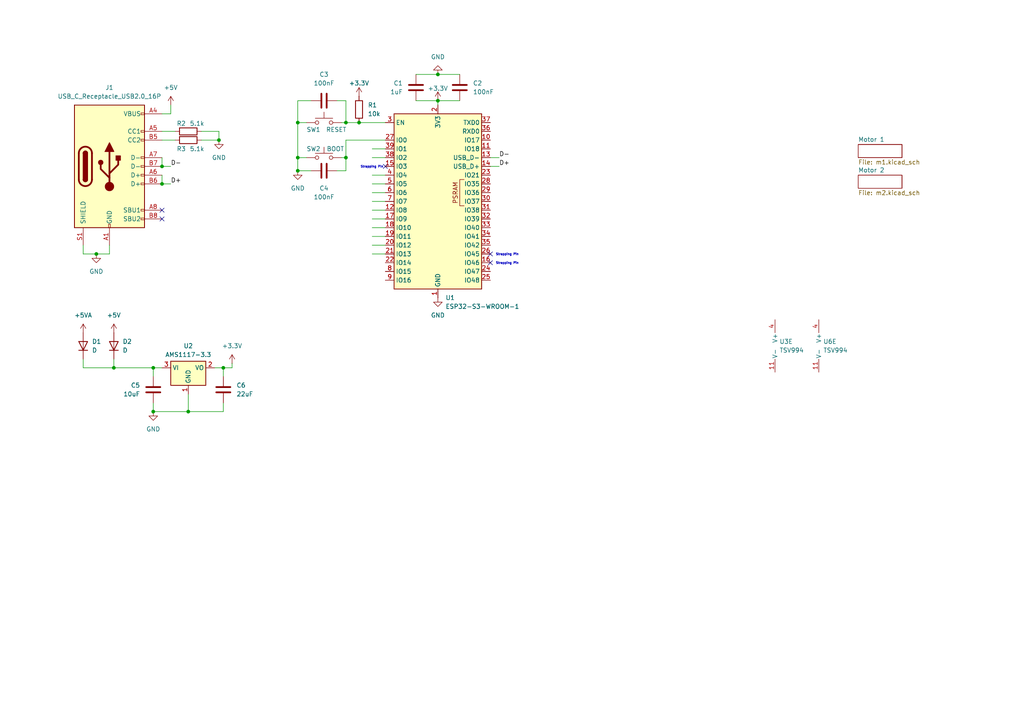
<source format=kicad_sch>
(kicad_sch (version 20231120) (generator "eeschema") (generator_version "8.0")
  (paper "A4")
  (lib_symbols
    (symbol "Amplifier_Operational:TSV994" (pin_names (offset 0.127))
      (property "Reference" "U" (at 0 5.08 0))
      (property "Value" "TSV994" (at 0 -5.08 0))
      (symbol "TSV994_1_1"
        (polyline (pts (xy -5.08 5.08) (xy 5.08 0) (xy -5.08 -5.08) (xy -5.08 5.08)) (stroke (width 0.254)) (fill (type background)))
        (pin output line (at 7.62 0 180) (length 2.54) (name "~") (number "1"))
        (pin input line (at -7.62 -2.54 0) (length 2.54) (name "-") (number "2"))
        (pin input line (at -7.62 2.54 0) (length 2.54) (name "+") (number "3"))
      )
      (symbol "TSV994_2_1"
        (polyline (pts (xy -5.08 5.08) (xy 5.08 0) (xy -5.08 -5.08) (xy -5.08 5.08)) (stroke (width 0.254)) (fill (type background)))
        (pin input line (at -7.62 2.54 0) (length 2.54) (name "+") (number "5"))
        (pin input line (at -7.62 -2.54 0) (length 2.54) (name "-") (number "6"))
        (pin output line (at 7.62 0 180) (length 2.54) (name "~") (number "7"))
      )
      (symbol "TSV994_3_1"
        (polyline (pts (xy -5.08 5.08) (xy 5.08 0) (xy -5.08 -5.08) (xy -5.08 5.08)) (stroke (width 0.254)) (fill (type background)))
        (pin input line (at -7.62 2.54 0) (length 2.54) (name "+") (number "10"))
        (pin output line (at 7.62 0 180) (length 2.54) (name "~") (number "8"))
        (pin input line (at -7.62 -2.54 0) (length 2.54) (name "-") (number "9"))
      )
      (symbol "TSV994_4_1"
        (polyline (pts (xy -5.08 5.08) (xy 5.08 0) (xy -5.08 -5.08) (xy -5.08 5.08)) (stroke (width 0.254)) (fill (type background)))
        (pin input line (at -7.62 2.54 0) (length 2.54) (name "+") (number "12"))
        (pin input line (at -7.62 -2.54 0) (length 2.54) (name "-") (number "13"))
        (pin output line (at 7.62 0 180) (length 2.54) (name "~") (number "14"))
      )
      (symbol "TSV994_5_1"
        (pin power_in line (at -2.54 -7.62 90) (length 3.81) (name "V-") (number "11"))
        (pin power_in line (at -2.54 7.62 270) (length 3.81) (name "V+") (number "4"))
      )
    )
    (symbol "Connector:USB_C_Receptacle_USB2.0_16P" (pin_names (offset 1.016))
      (property "Reference" "J" (at 0 22.225 0))
      (property "Value" "USB_C_Receptacle_USB2.0_16P" (at 0 19.685 0))
      (symbol "USB_C_Receptacle_USB2.0_16P_0_0"
        (rectangle (start -0.254 -17.78) (end 0.254 -16.764))
        (rectangle (start 10.16 -14.986) (end 9.144 -15.494))
        (rectangle (start 10.16 -12.446) (end 9.144 -12.954))
        (rectangle (start 10.16 -4.826) (end 9.144 -5.334))
        (rectangle (start 10.16 -2.286) (end 9.144 -2.794))
        (rectangle (start 10.16 0.254) (end 9.144 -0.254))
        (rectangle (start 10.16 2.794) (end 9.144 2.286))
        (rectangle (start 10.16 7.874) (end 9.144 7.366))
        (rectangle (start 10.16 10.414) (end 9.144 9.906))
        (rectangle (start 10.16 15.494) (end 9.144 14.986))
      )
      (symbol "USB_C_Receptacle_USB2.0_16P_0_1"
        (rectangle (start -10.16 17.78) (end 10.16 -17.78) (stroke (width 0.254)) (fill (type background)))
        (arc (start -8.89 -3.81) (mid -6.985 -5.7067) (end -5.08 -3.81) (stroke (width 0.508)))
        (arc (start -7.62 -3.81) (mid -6.985 -4.4423) (end -6.35 -3.81) (stroke (width 0.254)))
        (arc (start -7.62 -3.81) (mid -6.985 -4.4423) (end -6.35 -3.81) (stroke (width 0.254)) (fill (type outline)))
        (rectangle (start -7.62 -3.81) (end -6.35 3.81) (stroke (width 0.254)) (fill (type outline)))
        (arc (start -6.35 3.81) (mid -6.985 4.4423) (end -7.62 3.81) (stroke (width 0.254)))
        (arc (start -6.35 3.81) (mid -6.985 4.4423) (end -7.62 3.81) (stroke (width 0.254)) (fill (type outline)))
        (arc (start -5.08 3.81) (mid -6.985 5.7067) (end -8.89 3.81) (stroke (width 0.508)))
        (circle (center -2.54 1.143) (radius 0.635) (stroke (width 0.254)) (fill (type outline)))
        (circle (center 0 -5.842) (radius 1.27) (fill (type outline)))
        (polyline (pts (xy -8.89 -3.81) (xy -8.89 3.81)) (stroke (width 0.508)))
        (polyline (pts (xy -5.08 3.81) (xy -5.08 -3.81)) (stroke (width 0.508)))
        (polyline (pts (xy 0 -5.842) (xy 0 4.318)) (stroke (width 0.508)))
        (polyline (pts (xy 0 -3.302) (xy -2.54 -0.762) (xy -2.54 0.508)) (stroke (width 0.508)))
        (polyline (pts (xy 0 -2.032) (xy 2.54 0.508) (xy 2.54 1.778)) (stroke (width 0.508)))
        (polyline (pts (xy -1.27 4.318) (xy 0 6.858) (xy 1.27 4.318) (xy -1.27 4.318)) (stroke (width 0.254)) (fill (type outline)))
        (rectangle (start 1.905 1.778) (end 3.175 3.048) (stroke (width 0.254)) (fill (type outline)))
      )
      (symbol "USB_C_Receptacle_USB2.0_16P_1_1"
        (pin passive line (at 0 -22.86 90) (length 5.08) (name "GND") (number "A1"))
        (pin passive line (at 0 -22.86 90) (length 5.08) hide (name "GND") (number "A12"))
        (pin passive line (at 15.24 15.24 180) (length 5.08) (name "VBUS") (number "A4"))
        (pin bidirectional line (at 15.24 10.16 180) (length 5.08) (name "CC1") (number "A5"))
        (pin bidirectional line (at 15.24 -2.54 180) (length 5.08) (name "D+") (number "A6"))
        (pin bidirectional line (at 15.24 2.54 180) (length 5.08) (name "D-") (number "A7"))
        (pin bidirectional line (at 15.24 -12.7 180) (length 5.08) (name "SBU1") (number "A8"))
        (pin passive line (at 15.24 15.24 180) (length 5.08) hide (name "VBUS") (number "A9"))
        (pin passive line (at 0 -22.86 90) (length 5.08) hide (name "GND") (number "B1"))
        (pin passive line (at 0 -22.86 90) (length 5.08) hide (name "GND") (number "B12"))
        (pin passive line (at 15.24 15.24 180) (length 5.08) hide (name "VBUS") (number "B4"))
        (pin bidirectional line (at 15.24 7.62 180) (length 5.08) (name "CC2") (number "B5"))
        (pin bidirectional line (at 15.24 -5.08 180) (length 5.08) (name "D+") (number "B6"))
        (pin bidirectional line (at 15.24 0 180) (length 5.08) (name "D-") (number "B7"))
        (pin bidirectional line (at 15.24 -15.24 180) (length 5.08) (name "SBU2") (number "B8"))
        (pin passive line (at 15.24 15.24 180) (length 5.08) hide (name "VBUS") (number "B9"))
        (pin passive line (at -7.62 -22.86 90) (length 5.08) (name "SHIELD") (number "S1"))
      )
    )
    (symbol "Device:C" (pin_numbers hide) (pin_names (offset 0.254))
      (property "Reference" "C" (at 0.635 2.54 0))
      (property "Value" "C" (at 0.635 -2.54 0))
      (symbol "C_0_1"
        (polyline (pts (xy -2.032 -0.762) (xy 2.032 -0.762)) (stroke (width 0.508)))
        (polyline (pts (xy -2.032 0.762) (xy 2.032 0.762)) (stroke (width 0.508)))
      )
      (symbol "C_1_1"
        (pin passive line (at 0 3.81 270) (length 2.794) (name "~") (number "1"))
        (pin passive line (at 0 -3.81 90) (length 2.794) (name "~") (number "2"))
      )
    )
    (symbol "Device:D" (pin_numbers hide) (pin_names (offset 1.016) hide)
      (property "Reference" "D" (at 0 2.54 0))
      (property "Value" "D" (at 0 -2.54 0))
      (symbol "D_0_1"
        (polyline (pts (xy -1.27 1.27) (xy -1.27 -1.27)) (stroke (width 0.254)))
        (polyline (pts (xy 1.27 0) (xy -1.27 0)))
        (polyline (pts (xy 1.27 1.27) (xy 1.27 -1.27) (xy -1.27 0) (xy 1.27 1.27)) (stroke (width 0.254)))
      )
      (symbol "D_1_1"
        (pin passive line (at -3.81 0 0) (length 2.54) (name "K") (number "1"))
        (pin passive line (at 3.81 0 180) (length 2.54) (name "A") (number "2"))
      )
    )
    (symbol "Device:R" (pin_numbers hide) (pin_names (offset 0))
      (property "Reference" "R" (at 2.032 0 90))
      (property "Value" "R" (at 0 0 90))
      (symbol "R_0_1"
        (rectangle (start -1.016 -2.54) (end 1.016 2.54) (stroke (width 0.254)))
      )
      (symbol "R_1_1"
        (pin passive line (at 0 3.81 270) (length 1.27) (name "~") (number "1"))
        (pin passive line (at 0 -3.81 90) (length 1.27) (name "~") (number "2"))
      )
    )
    (symbol "RF_Module:ESP32-S3-WROOM-1"
      (property "Reference" "U" (at -12.7 26.67 0))
      (property "Value" "ESP32-S3-WROOM-1" (at 12.7 26.67 0))
      (symbol "ESP32-S3-WROOM-1_0_0"
        (rectangle (start -12.7 25.4) (end 12.7 -25.4) (stroke (width 0.254)) (fill (type background)))
        (text "PSRAM" (at 5.08 2.54 900) (effects (font (size 1.27 1.27))))
      )
      (symbol "ESP32-S3-WROOM-1_0_1"
        (polyline (pts (xy 7.62 -1.27) (xy 6.35 -1.27) (xy 6.35 6.35) (xy 7.62 6.35)))
      )
      (symbol "ESP32-S3-WROOM-1_1_1"
        (pin power_in line (at 0 -27.94 90) (length 2.54) (name "GND") (number "1"))
        (pin bidirectional line (at 15.24 17.78 180) (length 2.54) (name "IO17") (number "10"))
        (pin bidirectional line (at 15.24 15.24 180) (length 2.54) (name "IO18") (number "11"))
        (pin bidirectional line (at -15.24 -2.54 0) (length 2.54) (name "IO8") (number "12"))
        (pin bidirectional line (at 15.24 12.7 180) (length 2.54) (name "USB_D-") (number "13"))
        (pin bidirectional line (at 15.24 10.16 180) (length 2.54) (name "USB_D+") (number "14"))
        (pin bidirectional line (at -15.24 10.16 0) (length 2.54) (name "IO3") (number "15"))
        (pin bidirectional line (at 15.24 -17.78 180) (length 2.54) (name "IO46") (number "16"))
        (pin bidirectional line (at -15.24 -5.08 0) (length 2.54) (name "IO9") (number "17"))
        (pin bidirectional line (at -15.24 -7.62 0) (length 2.54) (name "IO10") (number "18"))
        (pin bidirectional line (at -15.24 -10.16 0) (length 2.54) (name "IO11") (number "19"))
        (pin power_in line (at 0 27.94 270) (length 2.54) (name "3V3") (number "2"))
        (pin bidirectional line (at -15.24 -12.7 0) (length 2.54) (name "IO12") (number "20"))
        (pin bidirectional line (at -15.24 -15.24 0) (length 2.54) (name "IO13") (number "21"))
        (pin bidirectional line (at -15.24 -17.78 0) (length 2.54) (name "IO14") (number "22"))
        (pin bidirectional line (at 15.24 7.62 180) (length 2.54) (name "IO21") (number "23"))
        (pin bidirectional line (at 15.24 -20.32 180) (length 2.54) (name "IO47") (number "24"))
        (pin bidirectional line (at 15.24 -22.86 180) (length 2.54) (name "IO48") (number "25"))
        (pin bidirectional line (at 15.24 -15.24 180) (length 2.54) (name "IO45") (number "26"))
        (pin bidirectional line (at -15.24 17.78 0) (length 2.54) (name "IO0") (number "27"))
        (pin bidirectional line (at 15.24 5.08 180) (length 2.54) (name "IO35") (number "28"))
        (pin bidirectional line (at 15.24 2.54 180) (length 2.54) (name "IO36") (number "29"))
        (pin input line (at -15.24 22.86 0) (length 2.54) (name "EN") (number "3"))
        (pin bidirectional line (at 15.24 0 180) (length 2.54) (name "IO37") (number "30"))
        (pin bidirectional line (at 15.24 -2.54 180) (length 2.54) (name "IO38") (number "31"))
        (pin bidirectional line (at 15.24 -5.08 180) (length 2.54) (name "IO39") (number "32"))
        (pin bidirectional line (at 15.24 -7.62 180) (length 2.54) (name "IO40") (number "33"))
        (pin bidirectional line (at 15.24 -10.16 180) (length 2.54) (name "IO41") (number "34"))
        (pin bidirectional line (at 15.24 -12.7 180) (length 2.54) (name "IO42") (number "35"))
        (pin bidirectional line (at 15.24 20.32 180) (length 2.54) (name "RXD0") (number "36"))
        (pin bidirectional line (at 15.24 22.86 180) (length 2.54) (name "TXD0") (number "37"))
        (pin bidirectional line (at -15.24 12.7 0) (length 2.54) (name "IO2") (number "38"))
        (pin bidirectional line (at -15.24 15.24 0) (length 2.54) (name "IO1") (number "39"))
        (pin bidirectional line (at -15.24 7.62 0) (length 2.54) (name "IO4") (number "4"))
        (pin passive line (at 0 -27.94 90) (length 2.54) hide (name "GND") (number "40"))
        (pin passive line (at 0 -27.94 90) (length 2.54) hide (name "GND") (number "41"))
        (pin bidirectional line (at -15.24 5.08 0) (length 2.54) (name "IO5") (number "5"))
        (pin bidirectional line (at -15.24 2.54 0) (length 2.54) (name "IO6") (number "6"))
        (pin bidirectional line (at -15.24 0 0) (length 2.54) (name "IO7") (number "7"))
        (pin bidirectional line (at -15.24 -20.32 0) (length 2.54) (name "IO15") (number "8"))
        (pin bidirectional line (at -15.24 -22.86 0) (length 2.54) (name "IO16") (number "9"))
      )
    )
    (symbol "Regulator_Linear:AMS1117-3.3"
      (property "Reference" "U" (at -3.81 3.175 0))
      (property "Value" "AMS1117-3.3" (at 0 3.175 0))
      (symbol "AMS1117-3.3_0_1"
        (rectangle (start -5.08 -5.08) (end 5.08 1.905) (stroke (width 0.254)) (fill (type background)))
      )
      (symbol "AMS1117-3.3_1_1"
        (pin power_in line (at 0 -7.62 90) (length 2.54) (name "GND") (number "1"))
        (pin power_out line (at 7.62 0 180) (length 2.54) (name "VO") (number "2"))
        (pin power_in line (at -7.62 0 0) (length 2.54) (name "VI") (number "3"))
      )
    )
    (symbol "Switch:SW_Push" (pin_numbers hide) (pin_names (offset 1.016) hide)
      (property "Reference" "SW" (at 1.27 2.54 0))
      (property "Value" "SW_Push" (at 0 -1.524 0))
      (symbol "SW_Push_0_1"
        (circle (center -2.032 0) (radius 0.508))
        (polyline (pts (xy 0 1.27) (xy 0 3.048)))
        (polyline (pts (xy 2.54 1.27) (xy -2.54 1.27)))
        (circle (center 2.032 0) (radius 0.508))
        (pin passive line (at -5.08 0 0) (length 2.54) (name "1") (number "1"))
        (pin passive line (at 5.08 0 180) (length 2.54) (name "2") (number "2"))
      )
    )
    (symbol "power:+3.3V" (power) (pin_numbers hide) (pin_names (offset 0) hide)
      (property "Value" "+3.3V" (at 0 3.556 0))
      (symbol "+3.3V_0_1"
        (polyline (pts (xy -0.762 1.27) (xy 0 2.54)))
        (polyline (pts (xy 0 0) (xy 0 2.54)))
        (polyline (pts (xy 0 2.54) (xy 0.762 1.27)))
      )
      (symbol "+3.3V_1_1"
        (pin power_in line (at 0 0 90) (length 0) (name "~") (number "1"))
      )
    )
    (symbol "power:+5V" (power) (pin_numbers hide) (pin_names (offset 0) hide)
      (property "Value" "+5V" (at 0 3.556 0))
      (symbol "+5V_0_1"
        (polyline (pts (xy -0.762 1.27) (xy 0 2.54)))
        (polyline (pts (xy 0 0) (xy 0 2.54)))
        (polyline (pts (xy 0 2.54) (xy 0.762 1.27)))
      )
      (symbol "+5V_1_1"
        (pin power_in line (at 0 0 90) (length 0) (name "~") (number "1"))
      )
    )
    (symbol "power:+5VA" (power) (pin_numbers hide) (pin_names (offset 0) hide)
      (property "Value" "+5VA" (at 0 3.556 0))
      (symbol "+5VA_0_1"
        (polyline (pts (xy -0.762 1.27) (xy 0 2.54)))
        (polyline (pts (xy 0 0) (xy 0 2.54)))
        (polyline (pts (xy 0 2.54) (xy 0.762 1.27)))
      )
      (symbol "+5VA_1_1"
        (pin power_in line (at 0 0 90) (length 0) (name "~") (number "1"))
      )
    )
    (symbol "power:GND" (power) (pin_numbers hide) (pin_names (offset 0) hide)
      (property "Value" "GND" (at 0 -3.81 0))
      (symbol "GND_0_1"
        (polyline (pts (xy 0 0) (xy 0 -1.27) (xy 1.27 -1.27) (xy 0 -2.54) (xy -1.27 -1.27) (xy 0 -1.27)))
      )
      (symbol "GND_1_1"
        (pin power_in line (at 0 0 270) (length 0) (name "~") (number "1"))
      )
    )
  )
  (junction (at 104.14 35.56))
  (junction (at 44.45 106.68))
  (junction (at 63.5 40.64))
  (junction (at 127 29.21))
  (junction (at 127 21.59))
  (junction (at 100.33 45.72))
  (junction (at 86.36 35.56))
  (junction (at 44.45 119.38))
  (junction (at 54.61 119.38))
  (junction (at 86.36 49.53))
  (junction (at 33.02 106.68))
  (junction (at 46.99 48.26))
  (junction (at 27.94 73.66))
  (junction (at 86.36 45.72))
  (junction (at 100.33 35.56))
  (junction (at 46.99 53.34))
  (junction (at 64.77 106.68))
  (no_connect (at 142.24 73.66))
  (no_connect (at 111.76 48.26))
  (no_connect (at 46.99 63.5))
  (no_connect (at 46.99 60.96))
  (no_connect (at 142.24 76.2))
  (wire (pts (xy 104.14 35.56) (xy 111.76 35.56)))
  (wire (pts (xy 97.79 29.21) (xy 100.33 29.21)))
  (wire (pts (xy 46.99 53.34) (xy 49.53 53.34)))
  (wire (pts (xy 86.36 29.21) (xy 86.36 35.56)))
  (wire (pts (xy 58.42 38.1) (xy 63.5 38.1)))
  (wire (pts (xy 33.02 106.68) (xy 44.45 106.68)))
  (wire (pts (xy 100.33 29.21) (xy 100.33 35.56)))
  (wire (pts (xy 120.65 21.59) (xy 127 21.59)))
  (wire (pts (xy 63.5 38.1) (xy 63.5 40.64)))
  (wire (pts (xy 99.06 35.56) (xy 100.33 35.56)))
  (wire (pts (xy 24.13 104.14) (xy 24.13 106.68)))
  (wire (pts (xy 86.36 49.53) (xy 90.17 49.53)))
  (wire (pts (xy 54.61 114.3) (xy 54.61 119.38)))
  (wire (pts (xy 100.33 40.64) (xy 100.33 45.72)))
  (wire (pts (xy 127 21.59) (xy 133.35 21.59)))
  (wire (pts (xy 120.65 29.21) (xy 127 29.21)))
  (wire (pts (xy 33.02 104.14) (xy 33.02 106.68)))
  (wire (pts (xy 97.79 49.53) (xy 100.33 49.53)))
  (wire (pts (xy 54.61 119.38) (xy 64.77 119.38)))
  (wire (pts (xy 46.99 53.34) (xy 46.99 50.8)))
  (wire (pts (xy 67.31 106.68) (xy 67.31 105.41)))
  (wire (pts (xy 31.75 73.66) (xy 31.75 71.12)))
  (wire (pts (xy 107.95 53.34) (xy 111.76 53.34)))
  (wire (pts (xy 111.76 40.64) (xy 100.33 40.64)))
  (wire (pts (xy 44.45 116.84) (xy 44.45 119.38)))
  (wire (pts (xy 100.33 49.53) (xy 100.33 45.72)))
  (wire (pts (xy 107.95 63.5) (xy 111.76 63.5)))
  (wire (pts (xy 88.9 45.72) (xy 86.36 45.72)))
  (wire (pts (xy 58.42 40.64) (xy 63.5 40.64)))
  (wire (pts (xy 144.78 45.72) (xy 142.24 45.72)))
  (wire (pts (xy 44.45 109.22) (xy 44.45 106.68)))
  (wire (pts (xy 24.13 73.66) (xy 27.94 73.66)))
  (wire (pts (xy 46.99 38.1) (xy 50.8 38.1)))
  (wire (pts (xy 86.36 35.56) (xy 86.36 45.72)))
  (wire (pts (xy 46.99 33.02) (xy 49.53 33.02)))
  (wire (pts (xy 46.99 48.26) (xy 46.99 45.72)))
  (wire (pts (xy 107.95 60.96) (xy 111.76 60.96)))
  (wire (pts (xy 86.36 35.56) (xy 88.9 35.56)))
  (wire (pts (xy 44.45 106.68) (xy 46.99 106.68)))
  (wire (pts (xy 64.77 106.68) (xy 67.31 106.68)))
  (wire (pts (xy 107.95 68.58) (xy 111.76 68.58)))
  (wire (pts (xy 107.95 50.8) (xy 111.76 50.8)))
  (wire (pts (xy 64.77 106.68) (xy 64.77 109.22)))
  (wire (pts (xy 144.78 48.26) (xy 142.24 48.26)))
  (wire (pts (xy 107.95 43.18) (xy 111.76 43.18)))
  (wire (pts (xy 127 29.21) (xy 127 30.48)))
  (wire (pts (xy 46.99 40.64) (xy 50.8 40.64)))
  (wire (pts (xy 107.95 71.12) (xy 111.76 71.12)))
  (wire (pts (xy 27.94 73.66) (xy 31.75 73.66)))
  (wire (pts (xy 100.33 35.56) (xy 104.14 35.56)))
  (wire (pts (xy 107.95 58.42) (xy 111.76 58.42)))
  (wire (pts (xy 127 29.21) (xy 133.35 29.21)))
  (wire (pts (xy 62.23 106.68) (xy 64.77 106.68)))
  (wire (pts (xy 46.99 48.26) (xy 49.53 48.26)))
  (wire (pts (xy 24.13 106.68) (xy 33.02 106.68)))
  (wire (pts (xy 107.95 73.66) (xy 111.76 73.66)))
  (wire (pts (xy 64.77 119.38) (xy 64.77 116.84)))
  (wire (pts (xy 44.45 119.38) (xy 54.61 119.38)))
  (wire (pts (xy 86.36 45.72) (xy 86.36 49.53)))
  (wire (pts (xy 49.53 33.02) (xy 49.53 30.48)))
  (wire (pts (xy 24.13 71.12) (xy 24.13 73.66)))
  (wire (pts (xy 86.36 29.21) (xy 90.17 29.21)))
  (wire (pts (xy 107.95 45.72) (xy 111.76 45.72)))
  (wire (pts (xy 107.95 55.88) (xy 111.76 55.88)))
  (wire (pts (xy 99.06 45.72) (xy 100.33 45.72)))
  (wire (pts (xy 107.95 66.04) (xy 111.76 66.04)))
  (text "Strapping Pin" (at 143.764 76.454 0) (effects (font (size 0.635 0.635)) (justify left)))
  (text "Strapping Pin" (at 111.252 48.514 0) (effects (font (size 0.635 0.635)) (justify right)))
  (text "Strapping Pin" (at 143.764 73.914 0) (effects (font (size 0.635 0.635)) (justify left)))
  (label "D-" (at 144.78 45.72 0))
  (label "D+" (at 49.53 53.34 0))
  (label "D-" (at 49.53 48.26 0))
  (label "D+" (at 144.78 48.26 0))
  (symbol (lib_id "Device:C") (at 133.35 25.4 180) (unit 1)
    (property "Reference" "C2" (at 137.16 24.1299 0) (effects (justify right)))
    (property "Value" "100nF" (at 137.16 26.6699 0) (effects (justify right)))
    (property "Description" "Unpolarized capacitor" (effects (hide yes)))
  )
  (symbol (lib_id "power:+3.3V") (at 104.14 27.94 0) (unit 1)
    (property "Reference" "#PWR02" (effects (hide yes)))
    (property "Value" "+3.3V" (at 104.14 24.13 0))
    (property "Description" "Power symbol creates a global label with name \"+3.3V\"" (effects (hide yes)))
  )
  (symbol (lib_id "power:GND") (at 86.36 49.53 0) (unit 1)
    (property "Reference" "#PWR06" (effects (hide yes)))
    (property "Value" "GND" (at 86.36 54.61 0))
    (property "Description" "Power symbol creates a global label with name \"GND\" , ground" (effects (hide yes)))
  )
  (symbol (lib_id "power:+5V") (at 33.02 96.52 0) (unit 1)
    (property "Reference" "#PWR010" (effects (hide yes)))
    (property "Value" "+5V" (at 33.02 91.44 0))
    (property "Description" "Power symbol creates a global label with name \"+5V\"" (effects (hide yes)))
  )
  (symbol (lib_id "Device:D") (at 24.13 100.33 90) (unit 1)
    (property "Reference" "D1" (at 26.67 99.0599 90) (effects (justify right)))
    (property "Value" "D" (at 26.67 101.5999 90) (effects (justify right)))
    (property "Description" "Diode" (effects (hide yes)))
    (property "Sim.Device" "D" (effects (hide yes)))
    (property "Sim.Pins" "1=K 2=A" (effects (hide yes)))
  )
  (symbol (lib_id "power:GND") (at 127 21.59 180) (unit 1)
    (property "Reference" "#PWR01" (effects (hide yes)))
    (property "Value" "GND" (at 127 16.51 0))
    (property "Description" "Power symbol creates a global label with name \"GND\" , ground" (effects (hide yes)))
  )
  (symbol (lib_id "Device:C") (at 44.45 113.03 0) (unit 1)
    (property "Reference" "C5" (at 40.64 111.7599 0) (effects (justify right)))
    (property "Value" "10uF" (at 40.64 114.2999 0) (effects (justify right)))
    (property "Description" "Unpolarized capacitor" (effects (hide yes)))
  )
  (symbol (lib_id "power:+5V") (at 49.53 30.48 0) (unit 1)
    (property "Reference" "#PWR04" (effects (hide yes)))
    (property "Value" "+5V" (at 49.53 25.4 0))
    (property "Description" "Power symbol creates a global label with name \"+5V\"" (effects (hide yes)))
  )
  (symbol (lib_id "power:GND") (at 127 86.36 0) (unit 1)
    (property "Reference" "#PWR08" (effects (hide yes)))
    (property "Value" "GND" (at 127 91.44 0))
    (property "Description" "Power symbol creates a global label with name \"GND\" , ground" (effects (hide yes)))
  )
  (symbol (lib_id "Connector:USB_C_Receptacle_USB2.0_16P") (at 31.75 48.26 0) (unit 1)
    (property "Reference" "J1" (at 31.75 25.4 0))
    (property "Value" "USB_C_Receptacle_USB2.0_16P" (at 31.75 27.94 0))
    (property "Datasheet" "https://www.usb.org/sites/default/files/documents/usb_type-c.zip" (effects (hide yes)))
    (property "Description" "USB 2.0-only 16P Type-C Receptacle connector" (effects (hide yes)))
  )
  (symbol (lib_id "Device:C") (at 93.98 29.21 90) (unit 1)
    (property "Reference" "C3" (at 93.98 21.59 90))
    (property "Value" "100nF" (at 93.98 24.13 90))
    (property "Description" "Unpolarized capacitor" (effects (hide yes)))
  )
  (symbol (lib_id "Device:R") (at 54.61 38.1 90) (unit 1)
    (property "Reference" "R2" (at 52.578 35.814 90))
    (property "Value" "5.1k" (at 57.15 35.814 90))
    (property "Description" "Resistor" (effects (hide yes)))
  )
  (symbol (lib_id "Amplifier_Operational:TSV994") (at 227.33 100.33 0) (unit 5)
    (property "Reference" "U3" (at 226.06 99.0599 0) (effects (justify left)))
    (property "Value" "TSV994" (at 226.06 101.5999 0) (effects (justify left)))
    (property "Datasheet" "https://www.st.com/resource/en/datasheet/tsv994.pdf" (effects (hide yes)))
    (property "Description" "Quad Rail-to-rail, 20 MHz GBP, operational amplifiers, SOIC-14/TSSOP-14" (effects (hide yes)))
  )
  (symbol (lib_id "power:GND") (at 44.45 119.38 0) (unit 1)
    (property "Reference" "#PWR012" (effects (hide yes)))
    (property "Value" "GND" (at 44.45 124.46 0))
    (property "Description" "Power symbol creates a global label with name \"GND\" , ground" (effects (hide yes)))
  )
  (symbol (lib_id "power:+3.3V") (at 127 29.21 0) (unit 1)
    (property "Reference" "#PWR03" (effects (hide yes)))
    (property "Value" "+3.3V" (at 127 25.654 0))
    (property "Description" "Power symbol creates a global label with name \"+3.3V\"" (effects (hide yes)))
  )
  (symbol (lib_id "Device:C") (at 93.98 49.53 270) (unit 1)
    (property "Reference" "C4" (at 93.98 54.61 90))
    (property "Value" "100nF" (at 93.98 57.15 90))
    (property "Description" "Unpolarized capacitor" (effects (hide yes)))
  )
  (symbol (lib_id "Device:D") (at 33.02 100.33 90) (unit 1)
    (property "Reference" "D2" (at 35.56 99.0599 90) (effects (justify right)))
    (property "Value" "D" (at 35.56 101.5999 90) (effects (justify right)))
    (property "Description" "Diode" (effects (hide yes)))
    (property "Sim.Device" "D" (effects (hide yes)))
    (property "Sim.Pins" "1=K 2=A" (effects (hide yes)))
  )
  (symbol (lib_id "Switch:SW_Push") (at 93.98 45.72 0) (unit 1)
    (property "Reference" "SW2" (at 90.932 43.18 0))
    (property "Value" "BOOT" (at 97.282 43.18 0))
    (property "Description" "Push button switch, generic, two pins" (effects (hide yes)))
  )
  (symbol (lib_id "Regulator_Linear:AMS1117-3.3") (at 54.61 106.68 0) (unit 1)
    (property "Reference" "U2" (at 54.61 100.33 0))
    (property "Value" "AMS1117-3.3" (at 54.61 102.87 0))
    (property "Footprint" "Package_TO_SOT_SMD:SOT-223-3_TabPin2" (effects (hide yes)))
    (property "Datasheet" "http://www.advanced-monolithic.com/pdf/ds1117.pdf" (effects (hide yes)))
    (property "Description" "1A Low Dropout regulator, positive, 3.3V fixed output, SOT-223" (effects (hide yes)))
  )
  (symbol (lib_id "power:+5VA") (at 24.13 96.52 0) (unit 1)
    (property "Reference" "#PWR09" (effects (hide yes)))
    (property "Value" "+5VA" (at 24.13 91.44 0))
    (property "Description" "Power symbol creates a global label with name \"+5VA\"" (effects (hide yes)))
  )
  (symbol (lib_id "Amplifier_Operational:TSV994") (at 240.03 100.33 0) (unit 5)
    (property "Reference" "U6" (at 238.76 99.0599 0) (effects (justify left)))
    (property "Value" "TSV994" (at 238.76 101.5999 0) (effects (justify left)))
    (property "Datasheet" "https://www.st.com/resource/en/datasheet/tsv994.pdf" (effects (hide yes)))
    (property "Description" "Quad Rail-to-rail, 20 MHz GBP, operational amplifiers, SOIC-14/TSSOP-14" (effects (hide yes)))
  )
  (symbol (lib_id "Device:C") (at 64.77 113.03 0) (unit 1)
    (property "Reference" "C6" (at 68.58 111.7599 0) (effects (justify left)))
    (property "Value" "22uF" (at 68.58 114.2999 0) (effects (justify left)))
    (property "Description" "Unpolarized capacitor" (effects (hide yes)))
  )
  (symbol (lib_id "Device:C") (at 120.65 25.4 180) (unit 1)
    (property "Reference" "C1" (at 116.84 24.1299 0) (effects (justify left)))
    (property "Value" "1uF" (at 116.84 26.6699 0) (effects (justify left)))
    (property "Description" "Unpolarized capacitor" (effects (hide yes)))
  )
  (symbol (lib_id "RF_Module:ESP32-S3-WROOM-1") (at 127 58.42 0) (unit 1)
    (property "Reference" "U1" (at 129.1941 86.36 0) (effects (justify left)))
    (property "Value" "ESP32-S3-WROOM-1" (at 129.1941 88.9 0) (effects (justify left)))
    (property "Footprint" "RF_Module:ESP32-S3-WROOM-1" (effects (hide yes)))
    (property "Datasheet" "https://www.espressif.com/sites/default/files/documentation/esp32-s3-wroom-1_wroom-1u_datasheet_en.pdf" (effects (hide yes)))
    (property "Description" "RF Module, ESP32-S3 SoC, Wi-Fi 802.11b/g/n, Bluetooth, BLE, 32-bit, 3.3V, onboard antenna, SMD" (effects (hide yes)))
  )
  (symbol (lib_id "Device:R") (at 54.61 40.64 270) (unit 1)
    (property "Reference" "R3" (at 52.578 43.18 90))
    (property "Value" "5.1k" (at 57.15 43.18 90))
    (property "Description" "Resistor" (effects (hide yes)))
  )
  (symbol (lib_id "Device:R") (at 104.14 31.75 0) (unit 1)
    (property "Reference" "R1" (at 106.68 30.4799 0) (effects (justify left)))
    (property "Value" "10k" (at 106.68 33.0199 0) (effects (justify left)))
    (property "Description" "Resistor" (effects (hide yes)))
  )
  (symbol (lib_id "power:GND") (at 63.5 40.64 0) (unit 1)
    (property "Reference" "#PWR05" (effects (hide yes)))
    (property "Value" "GND" (at 63.5 45.72 0))
    (property "Description" "Power symbol creates a global label with name \"GND\" , ground" (effects (hide yes)))
  )
  (symbol (lib_id "Switch:SW_Push") (at 93.98 35.56 0) (unit 1)
    (property "Reference" "SW1" (at 90.932 37.592 0))
    (property "Value" "RESET" (at 97.536 37.592 0))
    (property "Description" "Push button switch, generic, two pins" (effects (hide yes)))
  )
  (symbol (lib_id "power:GND") (at 27.94 73.66 0) (unit 1)
    (property "Reference" "#PWR07" (effects (hide yes)))
    (property "Value" "GND" (at 27.94 78.74 0))
    (property "Description" "Power symbol creates a global label with name \"GND\" , ground" (effects (hide yes)))
  )
  (symbol (lib_id "power:+3.3V") (at 67.31 105.41 0) (unit 1)
    (property "Reference" "#PWR011" (effects (hide yes)))
    (property "Value" "+3.3V" (at 67.31 100.33 0))
    (property "Description" "Power symbol creates a global label with name \"+3.3V\"" (effects (hide yes)))
  )
  (sheet (at 248.92 41.91) (size 12.7 3.81) (stroke (width 0.1524))
    (property "Sheetname" "Motor 1" (at 248.92 41.1984 0) (effects (justify left bottom)))
    (property "Sheetfile" "m1.kicad_sch" (at 248.92 46.3046 0) (effects (justify left top)))
  )
  (sheet (at 248.92 50.8) (size 12.7 3.81) (stroke (width 0.1524))
    (property "Sheetname" "Motor 2" (at 248.92 50.0884 0) (effects (justify left bottom)))
    (property "Sheetfile" "m2.kicad_sch" (at 248.92 55.1946 0) (effects (justify left top)))
  )
)
</source>
